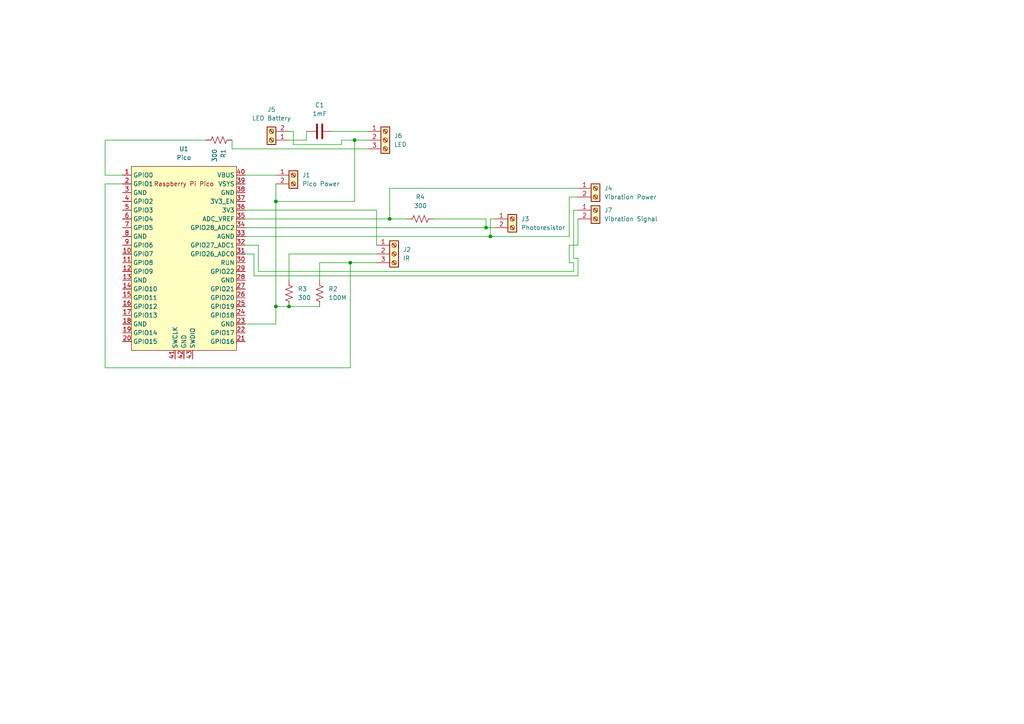
<source format=kicad_sch>
(kicad_sch (version 20230121) (generator eeschema)
  (paper "A4")
  (title_block (title "Main Electronics PCB") (date "2023-12-23") (rev "1"))
  (lib_symbols
    (symbol "Connector:Screw_Terminal_01x02" (pin_names (offset 1.016) hide)
      (property "Reference" "J" (at 0 2.54 0))
      (property "Value" "Screw_Terminal_01x02" (at 0 -5.08 0))
      (symbol "Screw_Terminal_01x02_1_1"
        (rectangle (start -1.27 1.27) (end 1.27 -3.81) (stroke (width 0.254)) (fill (type background)))
        (circle (center 0 -2.54) (radius 0.635) (stroke (width 0.1524)))
        (polyline (pts (xy -0.5334 -2.2098) (xy 0.3302 -3.048)) (stroke (width 0.1524)))
        (polyline (pts (xy -0.5334 0.3302) (xy 0.3302 -0.508)) (stroke (width 0.1524)))
        (polyline (pts (xy -0.3556 -2.032) (xy 0.508 -2.8702)) (stroke (width 0.1524)))
        (polyline (pts (xy -0.3556 0.508) (xy 0.508 -0.3302)) (stroke (width 0.1524)))
        (circle (center 0 0) (radius 0.635) (stroke (width 0.1524)))
        (pin passive line (at -5.08 0 0) (length 3.81) (name "Pin_1") (number "1"))
        (pin passive line (at -5.08 -2.54 0) (length 3.81) (name "Pin_2") (number "2"))
      )
    )
    (symbol "Connector:Screw_Terminal_01x03" (pin_names (offset 1.016) hide)
      (property "Reference" "J" (at 0 5.08 0))
      (property "Value" "Screw_Terminal_01x03" (at 0 -5.08 0))
      (symbol "Screw_Terminal_01x03_1_1"
        (rectangle (start -1.27 3.81) (end 1.27 -3.81) (stroke (width 0.254)) (fill (type background)))
        (circle (center 0 -2.54) (radius 0.635) (stroke (width 0.1524)))
        (polyline (pts (xy -0.5334 -2.2098) (xy 0.3302 -3.048)) (stroke (width 0.1524)))
        (polyline (pts (xy -0.5334 0.3302) (xy 0.3302 -0.508)) (stroke (width 0.1524)))
        (polyline (pts (xy -0.5334 2.8702) (xy 0.3302 2.032)) (stroke (width 0.1524)))
        (polyline (pts (xy -0.3556 -2.032) (xy 0.508 -2.8702)) (stroke (width 0.1524)))
        (polyline (pts (xy -0.3556 0.508) (xy 0.508 -0.3302)) (stroke (width 0.1524)))
        (polyline (pts (xy -0.3556 3.048) (xy 0.508 2.2098)) (stroke (width 0.1524)))
        (circle (center 0 0) (radius 0.635) (stroke (width 0.1524)))
        (circle (center 0 2.54) (radius 0.635) (stroke (width 0.1524)))
        (pin passive line (at -5.08 2.54 0) (length 3.81) (name "Pin_1") (number "1"))
        (pin passive line (at -5.08 0 0) (length 3.81) (name "Pin_2") (number "2"))
        (pin passive line (at -5.08 -2.54 0) (length 3.81) (name "Pin_3") (number "3"))
      )
    )
    (symbol "Device:C" (pin_numbers hide) (pin_names (offset 0.254))
      (property "Reference" "C" (at 0.635 2.54 0))
      (property "Value" "C" (at 0.635 -2.54 0))
      (symbol "C_0_1"
        (polyline (pts (xy -2.032 -0.762) (xy 2.032 -0.762)) (stroke (width 0.508)))
        (polyline (pts (xy -2.032 0.762) (xy 2.032 0.762)) (stroke (width 0.508)))
      )
      (symbol "C_1_1"
        (pin passive line (at 0 3.81 270) (length 2.794) (name "~") (number "1"))
        (pin passive line (at 0 -3.81 90) (length 2.794) (name "~") (number "2"))
      )
    )
    (symbol "Device:R_US" (pin_numbers hide) (pin_names (offset 0))
      (property "Reference" "R" (at 2.54 0 90))
      (property "Value" "R_US" (at -2.54 0 90))
      (symbol "R_US_0_1"
        (polyline (pts (xy 0 -2.286) (xy 0 -2.54)))
        (polyline (pts (xy 0 2.286) (xy 0 2.54)))
        (polyline (pts (xy 0 -0.762) (xy 1.016 -1.143) (xy 0 -1.524) (xy -1.016 -1.905) (xy 0 -2.286)))
        (polyline (pts (xy 0 0.762) (xy 1.016 0.381) (xy 0 0) (xy -1.016 -0.381) (xy 0 -0.762)))
        (polyline (pts (xy 0 2.286) (xy 1.016 1.905) (xy 0 1.524) (xy -1.016 1.143) (xy 0 0.762)))
      )
      (symbol "R_US_1_1"
        (pin passive line (at 0 3.81 270) (length 1.27) (name "~") (number "1"))
        (pin passive line (at 0 -3.81 90) (length 1.27) (name "~") (number "2"))
      )
    )
    (symbol "MCU_RaspberryPi_and_Boards:Pico"
      (property "Reference" "U" (at -13.97 27.94 0))
      (property "Value" "Pico" (at 0 19.05 0))
      (symbol "Pico_0_0"
        (text "Raspberry Pi Pico" (at 0 21.59 0) (effects (font (size 1.27 1.27))))
      )
      (symbol "Pico_0_1"
        (rectangle (start -15.24 26.67) (end 15.24 -26.67) (fill (type background)))
      )
      (symbol "Pico_1_1"
        (pin bidirectional line (at -17.78 24.13 0) (length 2.54) (name "GPIO0") (number "1"))
        (pin bidirectional line (at -17.78 1.27 0) (length 2.54) (name "GPIO7") (number "10"))
        (pin bidirectional line (at -17.78 -1.27 0) (length 2.54) (name "GPIO8") (number "11"))
        (pin bidirectional line (at -17.78 -3.81 0) (length 2.54) (name "GPIO9") (number "12"))
        (pin power_in line (at -17.78 -6.35 0) (length 2.54) (name "GND") (number "13"))
        (pin bidirectional line (at -17.78 -8.89 0) (length 2.54) (name "GPIO10") (number "14"))
        (pin bidirectional line (at -17.78 -11.43 0) (length 2.54) (name "GPIO11") (number "15"))
        (pin bidirectional line (at -17.78 -13.97 0) (length 2.54) (name "GPIO12") (number "16"))
        (pin bidirectional line (at -17.78 -16.51 0) (length 2.54) (name "GPIO13") (number "17"))
        (pin power_in line (at -17.78 -19.05 0) (length 2.54) (name "GND") (number "18"))
        (pin bidirectional line (at -17.78 -21.59 0) (length 2.54) (name "GPIO14") (number "19"))
        (pin bidirectional line (at -17.78 21.59 0) (length 2.54) (name "GPIO1") (number "2"))
        (pin bidirectional line (at -17.78 -24.13 0) (length 2.54) (name "GPIO15") (number "20"))
        (pin bidirectional line (at 17.78 -24.13 180) (length 2.54) (name "GPIO16") (number "21"))
        (pin bidirectional line (at 17.78 -21.59 180) (length 2.54) (name "GPIO17") (number "22"))
        (pin power_in line (at 17.78 -19.05 180) (length 2.54) (name "GND") (number "23"))
        (pin bidirectional line (at 17.78 -16.51 180) (length 2.54) (name "GPIO18") (number "24"))
        (pin bidirectional line (at 17.78 -13.97 180) (length 2.54) (name "GPIO19") (number "25"))
        (pin bidirectional line (at 17.78 -11.43 180) (length 2.54) (name "GPIO20") (number "26"))
        (pin bidirectional line (at 17.78 -8.89 180) (length 2.54) (name "GPIO21") (number "27"))
        (pin power_in line (at 17.78 -6.35 180) (length 2.54) (name "GND") (number "28"))
        (pin bidirectional line (at 17.78 -3.81 180) (length 2.54) (name "GPIO22") (number "29"))
        (pin power_in line (at -17.78 19.05 0) (length 2.54) (name "GND") (number "3"))
        (pin input line (at 17.78 -1.27 180) (length 2.54) (name "RUN") (number "30"))
        (pin bidirectional line (at 17.78 1.27 180) (length 2.54) (name "GPIO26_ADC0") (number "31"))
        (pin bidirectional line (at 17.78 3.81 180) (length 2.54) (name "GPIO27_ADC1") (number "32"))
        (pin power_in line (at 17.78 6.35 180) (length 2.54) (name "AGND") (number "33"))
        (pin bidirectional line (at 17.78 8.89 180) (length 2.54) (name "GPIO28_ADC2") (number "34"))
        (pin power_in line (at 17.78 11.43 180) (length 2.54) (name "ADC_VREF") (number "35"))
        (pin power_in line (at 17.78 13.97 180) (length 2.54) (name "3V3") (number "36"))
        (pin input line (at 17.78 16.51 180) (length 2.54) (name "3V3_EN") (number "37"))
        (pin bidirectional line (at 17.78 19.05 180) (length 2.54) (name "GND") (number "38"))
        (pin power_in line (at 17.78 21.59 180) (length 2.54) (name "VSYS") (number "39"))
        (pin bidirectional line (at -17.78 16.51 0) (length 2.54) (name "GPIO2") (number "4"))
        (pin power_in line (at 17.78 24.13 180) (length 2.54) (name "VBUS") (number "40"))
        (pin input line (at -2.54 -29.21 90) (length 2.54) (name "SWCLK") (number "41"))
        (pin power_in line (at 0 -29.21 90) (length 2.54) (name "GND") (number "42"))
        (pin bidirectional line (at 2.54 -29.21 90) (length 2.54) (name "SWDIO") (number "43"))
        (pin bidirectional line (at -17.78 13.97 0) (length 2.54) (name "GPIO3") (number "5"))
        (pin bidirectional line (at -17.78 11.43 0) (length 2.54) (name "GPIO4") (number "6"))
        (pin bidirectional line (at -17.78 8.89 0) (length 2.54) (name "GPIO5") (number "7"))
        (pin power_in line (at -17.78 6.35 0) (length 2.54) (name "GND") (number "8"))
        (pin bidirectional line (at -17.78 3.81 0) (length 2.54) (name "GPIO6") (number "9"))
      )
    )
  )
  (junction (at 83.82 88.9))
  (junction (at 140.97 66.04))
  (junction (at 142.24 68.58))
  (junction (at 113.03 63.5))
  (junction (at 80.01 88.9))
  (junction (at 102.87 40.64))
  (junction (at 101.6 76.2))
  (junction (at 80.01 58.42))
  (wire (pts (xy 113.03 54.61) (xy 113.03 63.5)))
  (wire (pts (xy 30.48 50.8) (xy 30.48 40.64)))
  (wire (pts (xy 30.48 106.68) (xy 30.48 53.34)))
  (wire (pts (xy 101.6 76.2) (xy 109.22 76.2)))
  (wire (pts (xy 140.97 63.5) (xy 140.97 66.04)))
  (wire (pts (xy 166.37 76.2) (xy 165.1 76.2)))
  (wire (pts (xy 101.6 76.2) (xy 101.6 106.68)))
  (wire (pts (xy 167.64 74.93) (xy 167.64 80.01)))
  (wire (pts (xy 142.24 68.58) (xy 165.1 68.58)))
  (wire (pts (xy 71.12 63.5) (xy 113.03 63.5)))
  (wire (pts (xy 80.01 53.34) (xy 80.01 58.42)))
  (wire (pts (xy 96.52 38.1) (xy 106.68 38.1)))
  (wire (pts (xy 165.1 76.2) (xy 165.1 71.12)))
  (wire (pts (xy 166.37 60.96) (xy 166.37 74.93)))
  (wire (pts (xy 80.01 88.9) (xy 83.82 88.9)))
  (wire (pts (xy 165.1 71.12) (xy 167.64 71.12)))
  (wire (pts (xy 71.12 66.04) (xy 140.97 66.04)))
  (wire (pts (xy 166.37 60.96) (xy 167.64 60.96)))
  (wire (pts (xy 92.71 76.2) (xy 92.71 81.28)))
  (wire (pts (xy 85.09 38.1) (xy 85.09 41.91)))
  (wire (pts (xy 167.64 57.15) (xy 165.1 57.15)))
  (wire (pts (xy 101.6 76.2) (xy 92.71 76.2)))
  (wire (pts (xy 71.12 93.98) (xy 80.01 93.98)))
  (wire (pts (xy 167.64 54.61) (xy 113.03 54.61)))
  (wire (pts (xy 83.82 40.64) (xy 88.9 40.64)))
  (wire (pts (xy 102.87 40.64) (xy 106.68 40.64)))
  (wire (pts (xy 142.24 63.5) (xy 142.24 68.58)))
  (wire (pts (xy 71.12 50.8) (xy 80.01 50.8)))
  (wire (pts (xy 80.01 58.42) (xy 102.87 58.42)))
  (wire (pts (xy 73.66 80.01) (xy 73.66 73.66)))
  (wire (pts (xy 80.01 88.9) (xy 80.01 93.98)))
  (wire (pts (xy 167.64 71.12) (xy 167.64 63.5)))
  (wire (pts (xy 85.09 41.91) (xy 99.06 41.91)))
  (wire (pts (xy 113.03 63.5) (xy 118.11 63.5)))
  (wire (pts (xy 30.48 53.34) (xy 35.56 53.34)))
  (wire (pts (xy 83.82 88.9) (xy 92.71 88.9)))
  (wire (pts (xy 140.97 66.04) (xy 143.51 66.04)))
  (wire (pts (xy 71.12 68.58) (xy 142.24 68.58)))
  (wire (pts (xy 67.31 43.18) (xy 106.68 43.18)))
  (wire (pts (xy 74.93 71.12) (xy 71.12 71.12)))
  (wire (pts (xy 88.9 40.64) (xy 88.9 38.1)))
  (wire (pts (xy 165.1 57.15) (xy 165.1 68.58)))
  (wire (pts (xy 30.48 40.64) (xy 59.69 40.64)))
  (wire (pts (xy 166.37 78.74) (xy 166.37 76.2)))
  (wire (pts (xy 83.82 38.1) (xy 85.09 38.1)))
  (wire (pts (xy 140.97 63.5) (xy 125.73 63.5)))
  (wire (pts (xy 101.6 106.68) (xy 30.48 106.68)))
  (wire (pts (xy 83.82 73.66) (xy 83.82 81.28)))
  (wire (pts (xy 35.56 50.8) (xy 30.48 50.8)))
  (wire (pts (xy 166.37 74.93) (xy 167.64 74.93)))
  (wire (pts (xy 67.31 40.64) (xy 67.31 43.18)))
  (wire (pts (xy 109.22 60.96) (xy 109.22 71.12)))
  (wire (pts (xy 167.64 80.01) (xy 73.66 80.01)))
  (wire (pts (xy 143.51 63.5) (xy 142.24 63.5)))
  (wire (pts (xy 109.22 73.66) (xy 83.82 73.66)))
  (wire (pts (xy 99.06 40.64) (xy 102.87 40.64)))
  (wire (pts (xy 166.37 78.74) (xy 74.93 78.74)))
  (wire (pts (xy 80.01 58.42) (xy 80.01 88.9)))
  (wire (pts (xy 71.12 60.96) (xy 109.22 60.96)))
  (wire (pts (xy 74.93 78.74) (xy 74.93 71.12)))
  (wire (pts (xy 99.06 41.91) (xy 99.06 40.64)))
  (wire (pts (xy 71.12 73.66) (xy 73.66 73.66)))
  (wire (pts (xy 102.87 40.64) (xy 102.87 58.42)))
  (symbol (lib_id "Connector:Screw_Terminal_01x02") (at 172.72 60.96 0) (unit 1)
    (property "Reference" "J7" (at 175.26 60.96 0) (effects (justify left)))
    (property "Value" "Vibration Signal" (at 175.26 63.5 0) (effects (justify left)))
    (property "Footprint" "TerminalBlock:TerminalBlock_bornier-2_P5.08mm" (effects hide))
  )
  (symbol (lib_id "Device:R_US") (at 83.82 85.09 0) (unit 1)
    (property "Reference" "R3" (at 86.36 83.82 0) (effects (justify left)))
    (property "Value" "300" (at 86.36 86.36 0) (effects (justify left)))
    (property "Footprint" "Resistor_THT:R_Axial_DIN0204_L3.6mm_D1.6mm_P2.54mm_Vertical" (effects hide))
  )
  (symbol (lib_id "Connector:Screw_Terminal_01x03") (at 111.76 40.64 0) (unit 1)
    (property "Reference" "J6" (at 114.3 39.37 0) (effects (justify left)))
    (property "Value" "LED" (at 114.3 41.91 0) (effects (justify left)))
    (property "Footprint" "TerminalBlock:TerminalBlock_bornier-3_P5.08mm" (effects hide))
  )
  (symbol (lib_id "MCU_RaspberryPi_and_Boards:Pico") (at 53.34 74.93 0) (unit 1)
    (property "Reference" "U1" (at 53.34 43.18 0))
    (property "Value" "Pico" (at 53.34 45.72 0))
    (property "Footprint" "MCU_RaspberryPi_and_Boards:RPi_Pico_SMD_TH" (effects hide))
  )
  (symbol (lib_id "Connector:Screw_Terminal_01x02") (at 85.09 50.8 0) (unit 1)
    (property "Reference" "J1" (at 87.63 50.8 0) (effects (justify left)))
    (property "Value" "Pico Power" (at 87.63 53.34 0) (effects (justify left)))
    (property "Footprint" "TerminalBlock:TerminalBlock_bornier-2_P5.08mm" (effects hide))
  )
  (symbol (lib_id "Connector:Screw_Terminal_01x02") (at 172.72 54.61 0) (unit 1)
    (property "Reference" "J4" (at 175.26 54.61 0) (effects (justify left)))
    (property "Value" "Vibration Power" (at 175.26 57.15 0) (effects (justify left)))
    (property "Footprint" "TerminalBlock:TerminalBlock_bornier-2_P5.08mm" (effects hide))
  )
  (symbol (lib_id "Device:C") (at 92.71 38.1 270) (unit 1)
    (property "Reference" "C1" (at 92.71 30.48 90))
    (property "Value" "1mF" (at 92.71 33.02 90))
    (property "Footprint" "Capacitor_THT:CP_Radial_D4.0mm_P1.50mm" (effects hide))
  )
  (symbol (lib_id "Device:R_US") (at 63.5 40.64 270) (unit 1)
    (property "Reference" "R1" (at 64.77 43.18 0) (effects (justify left)))
    (property "Value" "300" (at 62.23 43.18 0) (effects (justify left)))
    (property "Footprint" "Resistor_THT:R_Axial_DIN0204_L3.6mm_D1.6mm_P2.54mm_Vertical" (effects hide))
  )
  (symbol (lib_id "Connector:Screw_Terminal_01x02") (at 78.74 40.64 180) (unit 1)
    (property "Reference" "J5" (at 78.74 31.75 0))
    (property "Value" "LED Battery" (at 78.74 34.29 0))
    (property "Footprint" "TerminalBlock:TerminalBlock_bornier-2_P5.08mm" (effects hide))
  )
  (symbol (lib_id "Device:R_US") (at 92.71 85.09 0) (unit 1)
    (property "Reference" "R2" (at 95.25 83.82 0) (effects (justify left)))
    (property "Value" "100M" (at 95.25 86.36 0) (effects (justify left)))
    (property "Footprint" "Resistor_THT:R_Axial_DIN0204_L3.6mm_D1.6mm_P2.54mm_Vertical" (effects hide))
  )
  (symbol (lib_id "Device:R_US") (at 121.92 63.5 270) (unit 1)
    (property "Reference" "R4" (at 121.92 57.15 90))
    (property "Value" "300" (at 121.92 59.69 90))
    (property "Footprint" "Resistor_THT:R_Axial_DIN0204_L3.6mm_D1.6mm_P2.54mm_Vertical" (effects hide))
  )
  (symbol (lib_id "Connector:Screw_Terminal_01x03") (at 114.3 73.66 0) (unit 1)
    (property "Reference" "J2" (at 116.84 72.39 0) (effects (justify left)))
    (property "Value" "IR" (at 116.84 74.93 0) (effects (justify left)))
    (property "Footprint" "TerminalBlock:TerminalBlock_bornier-3_P5.08mm" (effects hide))
  )
  (symbol (lib_id "Connector:Screw_Terminal_01x02") (at 148.59 63.5 0) (unit 1)
    (property "Reference" "J3" (at 151.13 63.5 0) (effects (justify left)))
    (property "Value" "Photoresistor" (at 151.13 66.04 0) (effects (justify left)))
    (property "Footprint" "TerminalBlock:TerminalBlock_bornier-2_P5.08mm" (effects hide))
  )
)
</source>
